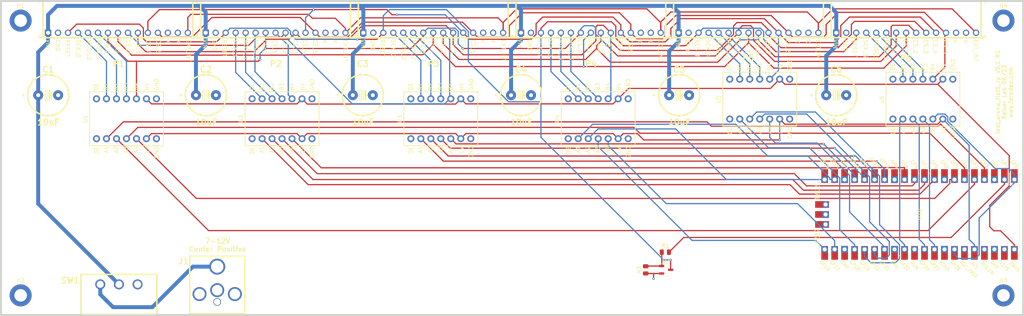
<source format=kicad_pcb>
(kicad_pcb (version 20221018) (generator pcbnew)
  (layers (0 "F.Cu" signal) (1 "In1.Cu" signal) (2 "In2.Cu" signal) (31 "B.Cu" signal) (34 "B.Paste" user) (35 "F.Paste" user) (36 "B.SilkS" user "B.Silkscreen") (37 "F.SilkS" user "F.Silkscreen") (38 "B.Mask" user) (39 "F.Mask" user) (44 "Edge.Cuts" user))
  (net 0 "")
  (net 1 "/3V3")
  (net 2 "/5V")
  (net 3 "/CS_0_3V3")
  (net 4 "/CS_0_5V")
  (net 5 "/CS_1_3V3")
  (net 6 "/CS_1_5V")
  (net 7 "/CS_2_3V3")
  (net 8 "/CS_2_5V")
  (net 9 "/CS_3_3V3")
  (net 10 "/CS_3_5V")
  (net 11 "/CS_4_3V3")
  (net 12 "/CS_4_5V")
  (net 13 "/CS_5_3V3")
  (net 14 "/CS_5_5V")
  (net 15 "/EXT_INT_5V")
  (net 16 "/MISO_0_5V")
  (net 17 "/MISO_1_5V")
  (net 18 "/MISO_2_5V")
  (net 19 "/MISO_3_5V")
  (net 20 "/MISO_4_5V")
  (net 21 "/MISO_5_5V")
  (net 22 "/MOSI_0_3V3")
  (net 23 "/MOSI_0_5V")
  (net 24 "/MOSI_1_3V3")
  (net 25 "/MOSI_1_5V")
  (net 26 "/MOSI_2_3V3")
  (net 27 "/MOSI_2_5V")
  (net 28 "/MOSI_3_3V3")
  (net 29 "/MOSI_3_5V")
  (net 30 "/MOSI_4_3V3")
  (net 31 "/MOSI_4_5V")
  (net 32 "/MOSI_5_3V3")
  (net 33 "/MOSI_5_5V")
  (net 34 "/RESET_PAN")
  (net 35 "/SCK_0_3V3")
  (net 36 "/SCK_0_5V")
  (net 37 "/SCK_1_3V3")
  (net 38 "/SCK_1_5V")
  (net 39 "/SCK_2_3V3")
  (net 40 "/SCK_2_5V")
  (net 41 "/SCK_3_3V3")
  (net 42 "/SCK_3_5V")
  (net 43 "/SCK_4_3V3")
  (net 44 "/SCK_4_5V")
  (net 45 "/SCK_5_3V3")
  (net 46 "/SCK_5_5V")
  (net 47 "GND")
  (net 48 "/VIN")
  (net 49 "/VIN_SW")
  (net 62 "Net-(Q2-G)")
  (net 63 "/RESET")
  (net 65 "/MISO_0_3V3")
  (net 68 "/MISO_1_3V3")
  (net 71 "/MISO_2_3V3")
  (net 74 "/MISO_3_3V3")
  (net 77 "/MISO_4_3V3")
  (net 80 "/MISO_5_3V3")
  (footprint "arena_custom:Capacitor_Polarized" (layer "F.Cu") (at 52 74)
    (fp_text reference "C1")
    (fp_text value "10uF")
  )
  (footprint "arena_custom:Capacitor_Polarized" (layer "F.Cu") (at 92.14 74)
    (fp_text reference "C2")
    (fp_text value "10uF")
  )
  (footprint "arena_custom:Capacitor_Polarized" (layer "F.Cu") (at 132.04 74)
    (fp_text reference "C3")
    (fp_text value "10uF")
  )
  (footprint "arena_custom:Capacitor_Polarized" (layer "F.Cu") (at 172.2902 74)
    (fp_text reference "C4")
    (fp_text value "10uF")
  )
  (footprint "arena_custom:Capacitor_Polarized" (layer "F.Cu") (at 212.5 74)
    (fp_text reference "C5")
    (fp_text value "10uF")
  )
  (footprint "arena_custom:HEADER_TOP" (layer "F.Cu") (at 69.75 58.1)
    (fp_text reference "P1")
    (fp_text value "CONN15")
  )
  (footprint "arena_custom:HEADER_TOP" (layer "F.Cu") (at 109.85 58.1)
    (fp_text reference "P2")
    (fp_text value "CONN15")
  )
  (footprint "arena_custom:HEADER_TOP" (layer "F.Cu") (at 149.95 58.1)
    (fp_text reference "P3")
    (fp_text value "CONN15")
  )
  (footprint "arena_custom:HEADER_TOP" (layer "F.Cu") (at 190.05 58.1)
    (fp_text reference "P4")
    (fp_text value "CONN15")
  )
  (footprint "arena_custom:HEADER_TOP" (layer "F.Cu") (at 230.15 58.1)
    (fp_text reference "P5")
    (fp_text value "CONN15")
  )
  (footprint "arena_custom:HEADER_TOP" (layer "F.Cu") (at 270.25 58.1)
    (fp_text reference "P6")
    (fp_text value "CONN15")
  )
  (footprint "arena_custom:slide_switch" (layer "F.Cu") (at 70 124.74)
    (fp_text reference "SW1")
    (fp_text value "SW_SPDT" hide)
  )
  (footprint "arena_custom:SPARKFUN_TXB0104" (layer "F.Cu") (at 71.92 80 90)
    (fp_text reference "U1")
    (fp_text value "SPARKFUN_TXB0104" hide)
  )
  (footprint "arena_custom:SPARKFUN_TXB0104" (layer "F.Cu") (at 111.5 80 90)
    (fp_text reference "U2")
    (fp_text value "SPARKFUN_TXB0104" hide)
  )
  (footprint "arena_custom:SPARKFUN_TXB0104" (layer "F.Cu") (at 151.88 80 90)
    (fp_text reference "U3")
    (fp_text value "SPARKFUN_TXB0104" hide)
  )
  (footprint "arena_custom:SPARKFUN_TXB0104" (layer "F.Cu") (at 191.92 80 90)
    (fp_text reference "U4")
    (fp_text value "SPARKFUN_TXB0104" hide)
  )
  (footprint "arena_custom:SPARKFUN_TXB0104" (layer "F.Cu") (at 233 75 90)
    (fp_text reference "U5")
    (fp_text value "SPARKFUN_TXB0104" hide)
  )
  (footprint "arena_custom:SPARKFUN_TXB0104" (layer "F.Cu") (at 274.5 75 90)
    (fp_text reference "U6")
    (fp_text value "SPARKFUN_TXB0104" hide)
  )
  (footprint "arena_custom:DCJACK_2PIN_HIGHCURRENT" (layer "F.Cu") (at 95 129.6738 180)
    (fp_text reference "J1")
    (fp_text value "Barrel_Jack" hide)
  )
  (footprint "MountingHole:MountingHole_3.2mm_M3_DIN965_Pad" (layer "F.Cu") (at 295 125)
    (fp_text reference "H3")
    (fp_text value "MountingHole_Pad")
  )
  (footprint "Package_TO_SOT_SMD:SOT-23-3" (layer "F.Cu") (at 209.19 118.48)
    (fp_text reference "Q2")
    (fp_text value "MOSFET_NCHAN")
  )
  (footprint "MountingHole:MountingHole_3.2mm_M3_DIN965_Pad" (layer "F.Cu") (at 295 55)
    (fp_text reference "H4")
    (fp_text value "MountingHole_Pad")
  )
  (footprint "MountingHole:MountingHole_3.2mm_M3_DIN965_Pad" (layer "F.Cu") (at 45 55)
    (fp_text reference "H1")
    (fp_text value "MountingHole_Pad")
  )
  (footprint "Resistor_SMD:R_0805_2012Metric" (layer "F.Cu") (at 204 118.5 90)
    (fp_text reference "R2")
    (fp_text value "20k")
  )
  (footprint "Resistor_SMD:R_0805_2012Metric" (layer "F.Cu") (at 209 114)
    (fp_text reference "R1")
    (fp_text value "200")
  )
  (footprint "arena_custom:Capacitor_Polarized" (layer "F.Cu") (at 252.46 74)
    (fp_text reference "C6")
    (fp_text value "10uF")
  )
  (footprint "MountingHole:MountingHole_3.2mm_M3_DIN965_Pad" (layer "F.Cu") (at 45 125)
    (fp_text reference "H2")
    (fp_text value "MountingHole_Pad")
  )
  (footprint "MCU_RaspberryPi_and_Boards:RPi_Pico_SMD_TH" (layer "F.Cu") (at 273.65 104.39 -90)
    (fp_text reference "U10")
    (fp_text value "Pico")
  )
  (gr_line (start 40 50) (end 40 130) (stroke (width 0.5)) (layer "Edge.Cuts"))
  (gr_line (start 40 50) (end 300 50) (stroke (width 0.5)) (layer "Edge.Cuts"))
  (gr_line (start 40 130) (end 300 130) (stroke (width 0.5)) (layer "Edge.Cuts"))
  (gr_line (start 300 50) (end 300 130) (stroke (width 0.5)) (layer "Edge.Cuts"))
  (gr_text "7-12V\nCenter Positive" (at 95.1 112.2) (layer "F.SilkS") (effects (font (size 1.27 1.27) (thickness 0.254))))
  (gr_text "test_arena_flat6_rp V0.1 R1\nReiser Lab 06/23\nwww.iorodeo.com" (at 295.2 73.2 90) (layer "F.SilkS") (effects (font (size 1.016 1.016) (thickness 0.2032))))
  (gr_text "SCK_0" (at 59.1 59.7 270) (layer "F.SilkS") (effects (font (size 1 1)) (justify left bottom)))
  (gr_text "X" (at 164.65 59.7 270) (layer "F.SilkS") (effects (font (size 1 1)) (justify left bottom)))
  (gr_text "EXT_INT" (at 87.15 59.7 270) (layer "F.SilkS") (effects (font (size 1 1)) (justify left bottom)))
  (gr_text "MISO_0" (at 64.35 59.7 270) (layer "F.SilkS") (effects (font (size 1 1)) (justify left bottom)))
  (gr_text "GND" (at 133.95 59.7 270) (layer "F.SilkS") (effects (font (size 1 1)) (justify left bottom)))
  (gr_text "X" (at 242.05 59.7 270) (layer "F.SilkS") (effects (font (size 1 1)) (justify left bottom)))
  (gr_text "MOSI_1" (at 101.7 59.7 270) (layer "F.SilkS") (effects (font (size 1 1)) (justify left bottom)))
  (gr_text "CS_2" (at 231.95 59.7 270) (layer "F.SilkS") (effects (font (size 1 1)) (justify left bottom)))
  (gr_text "CS_4" (at 277.1 59.7 270) (layer "F.SilkS") (effects (font (size 1 1)) (justify left bottom)))
  (gr_text "SCK_4" (at 219.25 59.7 270) (layer "F.SilkS") (effects (font (size 1 1)) (justify left bottom)))
  (gr_text "CS_3" (at 234.55 59.7 270) (layer "F.SilkS") (effects (font (size 1 1)) (justify left bottom)))
  (gr_text "X" (at 284.8 59.7 270) (layer "F.SilkS") (effects (font (size 1 1)) (justify left bottom)))
  (gr_text "GND" (at 53.85 59.7 270) (layer "F.SilkS") (effects (font (size 1 1)) (justify left bottom)))
  (gr_text "CS_2" (at 151.9 59.7 270) (layer "F.SilkS") (effects (font (size 1 1)) (justify left bottom)))
  (gr_text "X" (at 81.9 59.7 270) (layer "F.SilkS") (effects (font (size 1 1)) (justify left bottom)))
  (gr_text "CS_1" (at 229.35 59.7 270) (layer "F.SilkS") (effects (font (size 1 1)) (justify left bottom)))
  (gr_text "MOSI_5" (at 262.05 59.7 270) (layer "F.SilkS") (effects (font (size 1 1)) (justify left bottom)))
  (gr_text "CS_1" (at 109.1 59.7 270) (layer "F.SilkS") (effects (font (size 1 1)) (justify left bottom)))
  (gr_text "X" (at 201.95 59.6 270) (layer "F.SilkS") (effects (font (size 1 1)) (justify left bottom)))
  (gr_text "CS_0" (at 106.5 59.7 270) (layer "F.SilkS") (effects (font (size 1 1)) (justify left bottom)))
  (gr_text "GND" (at 214 59.7 270) (layer "F.SilkS") (effects (font (size 1 1)) (justify left bottom)))
  (gr_text "CS_2" (at 272.05 59.7 270) (layer "F.SilkS") (effects (font (size 1 1)) (justify left bottom)))
  (gr_text "X" (at 282.15 59.7 270) (layer "F.SilkS") (effects (font (size 1 1)) (justify left bottom)))
  (gr_text "GND" (at 173.9 59.6 270) (layer "F.SilkS") (effects (font (size 1 1)) (justify left bottom)))
  (gr_text "MOSI_3" (at 181.85 59.6 270) (layer "F.SilkS") (effects (font (size 1 1)) (justify left bottom)))
  (gr_text "CS_3" (at 74.4 59.7 270) (layer "F.SilkS") (effects (font (size 1 1)) (justify left bottom)))
  (gr_text "CS_0" (at 226.75 59.7 270) (layer "F.SilkS") (effects (font (size 1 1)) (justify left bottom)))
  (gr_text "CS_4" (at 196.9 59.6 270) (layer "F.SilkS") (effects (font (size 1 1)) (justify left bottom)))
  (gr_text "EXT_INT" (at 247.3 59.7 270) (layer "F.SilkS") (effects (font (size 1 1)) (justify left bottom)))
  (gr_text "GND" (at 254.1 59.7 270) (layer "F.SilkS") (effects (font (size 1 1)) (justify left bottom)))
  (gr_text "CS_3" (at 154.5 59.7 270) (layer "F.SilkS") (effects (font (size 1 1)) (justify left bottom)))
  (gr_text "EXT_INT" (at 167.25 59.7 270) (layer "F.SilkS") (effects (font (size 1 1)) (justify left bottom)))
  (gr_text "CS_1" (at 69.2 59.7 270) (layer "F.SilkS") (effects (font (size 1 1)) (justify left bottom)))
  (gr_text "RESET" (at 136.45 59.7 270) (layer "F.SilkS") (effects (font (size 1 1)) (justify left bottom)))
  (gr_text "CS_5" (at 79.45 59.7 270) (layer "F.SilkS") (effects (font (size 1 1)) (justify left bottom)))
  (gr_text "RESET" (at 216.5 59.7 270) (layer "F.SilkS") (effects (font (size 1 1)) (justify left bottom)))
  (gr_text "MISO_5" (at 264.6 59.7 270) (layer "F.SilkS") (effects (font (size 1 1)) (justify left bottom)))
  (gr_text "SCK_1" (at 99 59.7 270) (layer "F.SilkS") (effects (font (size 1 1)) (justify left bottom)))
  (gr_text "SCK_3" (at 179.15 59.6 270) (layer "F.SilkS") (effects (font (size 1 1)) (justify left bottom)))
  (gr_text "MOSI_0" (at 61.8 59.7 270) (layer "F.SilkS") (effects (font (size 1 1)) (justify left bottom)))
  (gr_text "EXT_INT" (at 207.2 59.6 270) (layer "F.SilkS") (effects (font (size 1 1)) (justify left bottom)))
  (gr_text "VIN" (at 171.45 59.6 270) (layer "F.SilkS") (effects (font (size 1 1)) (justify left bottom)))
  (gr_text "CS_2" (at 71.8 59.7 270) (layer "F.SilkS") (effects (font (size 1 1)) (justify left bottom)))
  (gr_text "MISO_3" (at 184.4 59.6 270) (layer "F.SilkS") (effects (font (size 1 1)) (justify left bottom)))
  (gr_text "CS_2" (at 191.85 59.6 270) (layer "F.SilkS") (effects (font (size 1 1)) (justify left bottom)))
  (gr_text "MISO_2" (at 144.45 59.7 270) (layer "F.SilkS") (effects (font (size 1 1)) (justify left bottom)))
  (gr_text "VIN" (at 211.55 59.7 270) (layer "F.SilkS") (effects (font (size 1 1)) (justify left bottom)))
  (gr_text "EXT_INT" (at 287.4 59.7 270) (layer "F.SilkS") (effects (font (size 1 1)) (justify left bottom)))
  (gr_text "CS_3" (at 274.65 59.7 270) (layer "F.SilkS") (effects (font (size 1 1)) (justify left bottom)))
  (gr_text "SCK_5" (at 259.35 59.7 270) (layer "F.SilkS") (effects (font (size 1 1)) (justify left bottom)))
  (gr_text "CS_5" (at 159.55 59.7 270) (layer "F.SilkS") (effects (font (size 1 1)) (justify left bottom)))
  (gr_text "MISO_1" (at 104.25 59.7 270) (layer "F.SilkS") (effects (font (size 1 1)) (justify left bottom)))
  (gr_text "SCK_2" (at 139.2 59.7 270) (layer "F.SilkS") (effects (font (size 1 1)) (justify left bottom)))
  (gr_text "X" (at 124.45 59.7 270) (layer "F.SilkS") (effects (font (size 1 1)) (justify left bottom)))
  (gr_text "X" (at 204.6 59.6 270) (layer "F.SilkS") (effects (font (size 1 1)) (justify left bottom)))
  (gr_text "CS_0" (at 266.85 59.7 270) (layer "F.SilkS") (effects (font (size 1 1)) (justify left bottom)))
  (gr_text "CS_5" (at 279.7 59.7 270) (layer "F.SilkS") (effects (font (size 1 1)) (justify left bottom)))
  (gr_text "X" (at 244.7 59.7 270) (layer "F.SilkS") (effects (font (size 1 1)) (justify left bottom)))
  (gr_text "CS_5" (at 119.35 59.7 270) (layer "F.SilkS") (effects (font (size 1 1)) (justify left bottom)))
  (gr_text "CS_4" (at 237 59.7 270) (layer "F.SilkS") (effects (font (size 1 1)) (justify left bottom)))
  (gr_text "RESET" (at 56.35 59.7 270) (layer "F.SilkS") (effects (font (size 1 1)) (justify left bottom)))
  (gr_text "CS_4" (at 76.85 59.7 270) (layer "F.SilkS") (effects (font (size 1 1)) (justify left bottom)))
  (gr_text "VIN" (at 131.5 59.7 270) (layer "F.SilkS") (effects (font (size 1 1)) (justify left bottom)))
  (gr_text "CS_0" (at 66.6 59.7 270) (layer "F.SilkS") (effects (font (size 1 1)) (justify left bottom)))
  (gr_text "GND" (at 93.75 59.7 270) (layer "F.SilkS") (effects (font (size 1 1)) (justify left bottom)))
  (gr_text "CS_4" (at 116.75 59.7 270) (layer "F.SilkS") (effects (font (size 1 1)) (justify left bottom)))
  (gr_text "VIN" (at 51.4 59.7 270) (layer "F.SilkS") (effects (font (size 1 1)) (justify left bottom)))
  (gr_text "CS_1" (at 149.3 59.7 270) (layer "F.SilkS") (effects (font (size 1 1)) (justify left bottom)))
  (gr_text "MOSI_4" (at 221.95 59.7 270) (layer "F.SilkS") (effects (font (size 1 1)) (justify left bottom)))
  (gr_text "CS_2" (at 111.7 59.7 270) (layer "F.SilkS") (effects (font (size 1 1)) (justify left bottom)))
  (gr_text "VIN" (at 251.65 59.7 270) (layer "F.SilkS") (effects (font (size 1 1)) (justify left bottom)))
  (gr_text "X" (at 84.55 59.7 270) (layer "F.SilkS") (effects (font (size 1 1)) (justify left bottom)))
  (gr_text "MISO_4" (at 224.5 59.7 270) (layer "F.SilkS") (effects (font (size 1 1)) (justify left bottom)))
  (gr_text "EXT_INT" (at 127.05 59.7 270) (layer "F.SilkS") (effects (font (size 1 1)) (justify left bottom)))
  (gr_text "MOSI_2" (at 141.9 59.7 270) (layer "F.SilkS") (effects (font (size 1 1)) (justify left bottom)))
  (gr_text "RESET" (at 176.4 59.6 270) (layer "F.SilkS") (effects (font (size 1 1)) (justify left bottom)))
  (gr_text "CS_1" (at 189.25 59.6 270) (layer "F.SilkS") (effects (font (size 1 1)) (justify left bottom)))
  (gr_text "X" (at 162 59.7 270) (layer "F.SilkS") (effects (font (size 1 1)) (justify left bottom)))
  (gr_text "CS_5" (at 239.6 59.7 270) (layer "F.SilkS") (effects (font (size 1 1)) (justify left bottom)))
  (gr_text "CS_0" (at 146.7 59.7 270) (layer "F.SilkS") (effects (font (size 1 1)) (justify left bottom)))
  (gr_text "CS_4" (at 156.95 59.7 270) (layer "F.SilkS") (effects (font (size 1 1)) (justify left bottom)))
  (gr_text "RESET" (at 256.6 59.7 270) (layer "F.SilkS") (effects (font (size 1 1)) (justify left bottom)))
  (gr_text "CS_1" (at 269.45 59.7 270) (layer "F.SilkS") (effects (font (size 1 1)) (justify left bottom)))
  (gr_text "RESET" (at 96.25 59.7 270) (layer "F.SilkS") (effects (font (size 1 1)) (justify left bottom)))
  (gr_text "CS_3" (at 194.45 59.6 270) (layer "F.SilkS") (effects (font (size 1 1)) (justify left bottom)))
  (gr_text "VIN" (at 91.3 59.7 270) (layer "F.SilkS") (effects (font (size 1 1)) (justify left bottom)))
  (gr_text "X" (at 121.8 59.7 270) (layer "F.SilkS") (effects (font (size 1 1)) (justify left bottom)))
  (gr_text "CS_5" (at 199.5 59.6 270) (layer "F.SilkS") (effects (font (size 1 1)) (justify left bottom)))
  (gr_text "CS_3" (at 114.3 59.7 270) (layer "F.SilkS") (effects (font (size 1 1)) (justify left bottom)))
  (gr_text "CS_0" (at 186.65 59.6 270) (layer "F.SilkS") (effects (font (size 1 1)) (justify left bottom)))
  (segment (start 77 85.08) (end 78.2932 83.7868) (width 0.3) (layer "F.Cu") (net 1))
  (segment (start 116.58 85.08) (end 117.8732 83.7868) (width 0.3) (layer "F.Cu") (net 1))
  (segment (start 115.2868 83.7868) (end 116.58 85.08) (width 0.3) (layer "F.Cu") (net 1))
  (segment (start 155.6668 83.7868) (end 156.96 85.08) (width 0.3) (layer "F.Cu") (net 1))
  (segment (start 156.96 85.08) (end 158.2532 83.7868) (width 0.3) (layer "F.Cu") (net 1))
  (segment (start 117.8732 83.7868) (end 155.6668 83.7868) (width 0.3) (layer "F.Cu") (net 1))
  (segment (start 238.08 85.4) (end 203.5 85.4) (width 0.3) (layer "F.Cu") (net 1))
  (segment (start 201.887 83.787) (end 198.293 83.787) (width 0.3) (layer "F.Cu") (net 1))
  (segment (start 198.293 83.787) (end 197 85.08) (width 0.3) (layer "F.Cu") (net 1))
  (segment (start 238.08 80.08) (end 239.3883 81.3883) (width 0.3) (layer "F.Cu") (net 1))
  (segment (start 278.2717 81.3883) (end 279.58 80.08) (width 0.3) (layer "F.Cu") (net 1))
  (segment (start 195.7068 83.7868) (end 197 85.08) (width 0.3) (layer "F.Cu") (net 1))
  (segment (start 158.2532 83.7868) (end 195.7068 83.7868) (width 0.3) (layer "F.Cu") (net 1))
  (segment (start 78.2932 83.7868) (end 115.2868 83.7868) (width 0.3) (layer "F.Cu") (net 1))
  (segment (start 203.5 85.4) (end 201.887 83.787) (width 0.3) (layer "F.Cu") (net 1))
  (segment (start 239.3883 81.3883) (end 278.2717 81.3883) (width 0.3) (layer "F.Cu") (net 1))
  (via (at 238.08 85.4) (size 0.6) (drill 0.3) (layers "F.Cu" "B.Cu") (net 1))
  (segment (start 279.58 80.08) (end 286.2802 86.7802) (width 0.3) (layer "B.Cu") (net 1))
  (segment (start 238.08 80.08) (end 238.08 85.4) (width 0.3) (layer "B.Cu") (net 1))
  (segment (start 286.2802 86.7802) (end 286.2802 110.7401) (width 0.3) (layer "B.Cu") (net 1))
  (segment (start 286.2802 110.7401) (end 287.62 112.0799) (width 0.3) (layer "B.Cu") (net 1))
  (segment (start 287.62 113.28) (end 287.62 112.0799) (width 0.3) (layer "B.Cu") (net 1))
  (segment (start 199.6442 72.2758) (end 235.7242 72.2758) (width 0.3) (layer "F.Cu") (net 2))
  (segment (start 116.58 74.92) (end 117.9183 76.2583) (width 0.3) (layer "F.Cu") (net 2))
  (segment (start 296.4775 89.4101) (end 296.4775 97.1225) (width 0.3) (layer "F.Cu") (net 2))
  (segment (start 78.2932 76.2132) (end 115.2868 76.2132) (width 0.3) (layer "F.Cu") (net 2))
  (segment (start 235.7242 72.2758) (end 238.08 69.92) (width 0.3) (layer "F.Cu") (net 2))
  (segment (start 77 74.92) (end 78.2932 76.2132) (width 0.3) (layer "F.Cu") (net 2))
  (segment (start 197 74.92) (end 199.6442 72.2758) (width 0.3) (layer "F.Cu") (net 2))
  (segment (start 155.6217 76.2583) (end 156.96 74.92) (width 0.3) (layer "F.Cu") (net 2))
  (segment (start 291.5 107.5) (end 292.547207 108.547207) (width 0.3) (layer "F.Cu") (net 2))
  (segment (start 296.4775 97.1225) (end 291.5 102.1) (width 0.3) (layer "F.Cu") (net 2))
  (segment (start 297.78 112.08) (end 297.78 113.28) (width 0.3) (layer "F.Cu") (net 2))
  (segment (start 195.7067 76.2133) (end 197 74.92) (width 0.3) (layer "F.Cu") (net 2))
  (segment (start 238.08 69.92) (end 239.3763 71.2163) (width 0.3) (layer "F.Cu") (net 2))
  (segment (start 158.2533 76.2133) (end 195.7067 76.2133) (width 0.3) (layer "F.Cu") (net 2))
  (segment (start 292.547207 108.547207) (end 294.247207 108.547207) (width 0.3) (layer "F.Cu") (net 2))
  (segment (start 117.9183 76.2583) (end 155.6217 76.2583) (width 0.3) (layer "F.Cu") (net 2))
  (segment (start 278.2837 71.2163) (end 279.58 69.92) (width 0.3) (layer "F.Cu") (net 2))
  (segment (start 115.2868 76.2132) (end 116.58 74.92) (width 0.3) (layer "F.Cu") (net 2))
  (segment (start 294.247207 108.547207) (end 297.78 112.08) (width 0.3) (layer "F.Cu") (net 2))
  (segment (start 291.5 102.1) (end 291.5 107.5) (width 0.3) (layer "F.Cu") (net 2))
  (segment (start 278.2837 71.2163) (end 296.4775 89.4101) (width 0.3) (layer "F.Cu") (net 2))
  (segment (start 156.96 74.92) (end 158.2533 76.2133) (width 0.3) (layer "F.Cu") (net 2))
  (segment (start 239.3763 71.2163) (end 278.2837 71.2163) (width 0.3) (layer "F.Cu") (net 2))
  (segment (start 281.3399 96.4751) (end 281.3399 95.5) (width 0.3) (layer "F.Cu") (net 3))
  (segment (start 89.68 100.3) (end 277.515 100.3) (width 0.3) (layer "F.Cu") (net 3))
  (segment (start 74.46 85.08) (end 89.68 100.3) (width 0.3) (layer "F.Cu") (net 3))
  (segment (start 281.3399 95.5) (end 282.54 95.5) (width 0.3) (layer "F.Cu") (net 3))
  (segment (start 277.515 100.3) (end 281.3399 96.4751) (width 0.3) (layer "F.Cu") (net 3))
  (segment (start 74.46 74.92) (end 74.46 65.35) (width 0.3) (layer "F.Cu") (net 4))
  (segment (start 157.5 62.1) (end 183.51 62.1) (width 0.3) (layer "F.Cu") (net 4))
  (segment (start 236.8 65.4) (end 231.42 60.02) (width 0.3) (layer "F.Cu") (net 4))
  (segment (start 231.42 57.02) (end 230.7 56.3) (width 0.3) (layer "F.Cu") (net 4))
  (segment (start 228.6 56.3) (end 227.61 57.29) (width 0.3) (layer "F.Cu") (net 4))
  (segment (start 107.2 62.1) (end 144.3 62.1) (width 0.3) (layer "F.Cu") (net 4))
  (segment (start 267.71 58.1) (end 267.71 61.49) (width 0.3) (layer "F.Cu") (net 4))
  (segment (start 227.61 57.29) (end 227.61 58.1) (width 0.3) (layer "F.Cu") (net 4))
  (segment (start 67.21 60.31) (end 67.21 58.1) (width 0.3) (layer "F.Cu") (net 4))
  (segment (start 74.46 65.35) (end 72.25 65.35) (width 0.3) (layer "F.Cu") (net 4))
  (segment (start 196.8567 64) (end 194.0541 61.1974) (width 0.3) (layer "F.Cu") (net 4))
  (segment (start 267.71 61.49) (end 263.8 65.4) (width 0.3) (layer "F.Cu") (net 4))
  (segment (start 105.9 64.9) (end 105.45 65.35) (width 0.3) (layer "F.Cu") (net 4))
  (segment (start 105.45 65.35) (end 74.46 65.35) (width 0.3) (layer "F.Cu") (net 4))
  (segment (start 231.42 60.02) (end 231.42 57.02) (width 0.3) (layer "F.Cu") (net 4))
  (segment (start 183.51 62.1) (end 187.51 58.1) (width 0.3) (layer "F.Cu") (net 4))
  (segment (start 263.8 65.4) (end 236.8 65.4) (width 0.3) (layer "F.Cu") (net 4))
  (segment (start 230.7 56.3) (end 228.6 56.3) (width 0.3) (layer "F.Cu") (net 4))
  (segment (start 144.3 62.1) (end 147.41 58.99) (width 0.3) (layer "F.Cu") (net 4))
  (segment (start 227.61 58.1) (end 221.71 64) (width 0.3) (layer "F.Cu") (net 4))
  (segment (start 147.41 58.99) (end 147.41 58.1) (width 0.3) (layer "F.Cu") (net 4))
  (segment (start 72.25 65.35) (end 67.21 60.31) (width 0.3) (layer "F.Cu") (net 4))
  (segment (start 221.71 64) (end 196.8567 64) (width 0.3) (layer "F.Cu") (net 4))
  (via (at 107.2 62.1) (size 0.6) (drill 0.3) (layers "F.Cu" "B.Cu") (net 4))
  (via (at 194.0541 61.1974) (size 0.6) (drill 0.3) (layers "F.Cu" "B.Cu") (net 4))
  (via (at 105.9 64.9) (size 0.6) (drill 0.3) (layers "F.Cu" "B.Cu") (net 4))
  (via (at 157.5 62.1) (size 0.6) (drill 0.3) (layers "F.Cu" "B.Cu") (net 4))
  (segment (start 187.51 57.09) (end 188.3 56.3) (width 0.3) (layer "B.Cu") (net 4))
  (segment (start 107.2 62.1) (end 105.9 63.4) (width 0.3) (layer "B.Cu") (net 4))
  (segment (start 191.2002 58.3435) (end 194.0541 61.1974) (width 0.3) (layer "B.Cu") (net 4))
  (segment (start 107.31 61.99) (end 107.31 58.1) (width 0.3) (layer "B.Cu") (net 4))
  (segment (start 156.3 60.9) (end 156.3 57.7227) (width 0.3) (layer "B.Cu") (net 4))
  (segment (start 105.9 63.4) (end 105.9 64.9) (width 0.3) (layer "B.Cu") (net 4))
  (segment (start 107.2 62.1) (end 107.31 61.99) (width 0.3) (layer "B.Cu") (net 4))
  (segment (start 190.7 56.3) (end 191.2002 56.8002) (width 0.3) (layer "B.Cu") (net 4))
  (segment (start 155.5077 56.9304) (end 148.5796 56.9304) (width 0.3) (layer "B.Cu") (net 4))
  (segment (start 188.3 56.3) (end 190.7 56.3) (width 0.3) (layer "B.Cu") (net 4))
  (segment (start 157.5 62.1) (end 156.3 60.9) (width 0.3) (layer "B.Cu") (net 4))
  (segment (start 191.2002 56.8002) (end 191.2002 58.3435) (width 0.3) (layer "B.Cu") (net 4))
  (segment (start 156.3 57.7227) (end 155.5077 56.9304) (width 0.3) (layer "B.Cu") (net 4))
  (segment (start 148.5796 56.9304) (end 147.41 58.1) (width 0.3) (layer "B.Cu") (net 4))
  (segment (start 187.51 58.1) (end 187.51 57.09) (width 0.3) (layer "B.Cu") (net 4))
  (segment (start 253.346 92.5) (end 121.46 92.5) (width 0.3) (layer "F.Cu") (net 5))
  (segment (start 269.7861 92.446) (end 253.4 92.446) (width 0.3) (layer "F.Cu") (net 5))
  (segment (start 269.84 92.4999) (end 269.7861 92.446) (width 0.3) (layer "F.Cu") (net 5))
  (segment (start 269.84 95.5) (end 269.84 92.4999) (width 0.3) (layer "F.Cu") (net 5))
  (segment (start 121.46 92.5) (end 114.04 85.08) (width 0.3) (layer "F.Cu") (net 5))
  (segment (start 253.4 92.446) (end 253.346 92.5) (width 0.3) (layer "F.Cu") (net 5))
  (segment (start 270.25 61.45) (end 270.25 58.1) (width 0.3) (layer "F.Cu") (net 6))
  (segment (start 69.75 60.35) (end 69.75 58.1) (width 0.3) (layer "F.Cu") (net 6))
  (segment (start 155.6 66.7) (end 149.95 61.05) (width 0.3) (layer "F.Cu") (net 6))
  (segment (start 264.6 67.1) (end 270.25 61.45) (width 0.3) (layer "F.Cu") (net 6))
  (segment (start 224.1 66.7) (end 230.15 60.65) (width 0.3) (layer "F.Cu") (net 6))
  (segment (start 188.2 66.7) (end 155.6 66.7) (width 0.3) (layer "F.Cu") (net 6))
  (segment (start 147.3 63.7) (end 149.95 61.05) (width 0.3) (layer "F.Cu") (net 6))
  (segment (start 113.076 63.7) (end 147.3 63.7) (width 0.3) (layer "F.Cu") (net 6))
  (segment (start 112.976 63.8) (end 73.2 63.8) (width 0.3) (layer "F.Cu") (net 6))
  (segment (start 113.076 63.7) (end 112.976 63.8) (width 0.3) (layer "F.Cu") (net 6))
  (segment (start 73.2 63.8) (end 69.75 60.35) (width 0.3) (layer "F.Cu") (net 6))
  (segment (start 149.95 61.05) (end 149.95 58.1) (width 0.3) (layer "F.Cu") (net 6))
  (segment (start 188.2 66.7) (end 224.1 66.7) (width 0.3) (layer "F.Cu") (net 6))
  (segment (start 236.6 67.1) (end 264.6 67.1) (width 0.3) (layer "F.Cu") (net 6))
  (segment (start 230.15 60.65) (end 236.6 67.1) (width 0.3) (layer "F.Cu") (net 6))
  (segment (start 230.15 58.1) (end 230.15 60.65) (width 0.3) (layer "F.Cu") (net 6))
  (via (at 113.076 63.7) (size 0.6) (drill 0.3) (layers "F.Cu" "B.Cu") (net 6))
  (via (at 188.2 66.7) (size 0.6) (drill 0.3) (layers "F.Cu" "B.Cu") (net 6))
  (segment (start 113.076 63.7) (end 113.076 61.326) (width 0.3) (layer "B.Cu") (net 6))
  (segment (start 113.076 63.7) (end 113.076 73.956) (width 0.3) (layer "B.Cu") (net 6))
  (segment (start 113.076 73.956) (end 114.04 74.92) (width 0.3) (layer "B.Cu") (net 6))
  (segment (start 113.076 61.326) (end 109.85 58.1) (width 0.3) (layer "B.Cu") (net 6))
  (segment (start 188.2 66.7) (end 188.2 59.95) (width 0.3) (layer "B.Cu") (net 6))
  (segment (start 188.2 59.95) (end 190.05 58.1) (width 0.3) (layer "B.Cu") (net 6))
  (segment (start 249.2483 86.4082) (end 155.7482 86.4082) (width 0.3) (layer "F.Cu") (net 7))
  (segment (start 155.7482 86.4082) (end 154.42 85.08) (width 0.3) (layer "F.Cu") (net 7))
  (via (at 249.2483 86.4082) (size 0.6) (drill 0.3) (layers "F.Cu" "B.Cu") (net 7))
  (segment (start 257.14 94.2999) (end 257.14 95.5) (width 0.3) (layer "B.Cu") (net 7))
  (segment (start 249.2483 86.4082) (end 257.14 94.2999) (width 0.3) (layer "B.Cu") (net 7))
  (segment (start 266.44 61.16) (end 266.44 56.56) (width 0.3) (layer "F.Cu") (net 8))
  (segment (start 111.2349 59.2551) (end 112.39 58.1) (width 0.3) (layer "F.Cu") (net 8))
  (segment (start 156.495 64.9) (end 152.49 60.895) (width 0.3) (layer "F.Cu") (net 8))
  (segment (start 232.69 59.99) (end 236.9 64.2) (width 0.3) (layer "F.Cu") (net 8))
  (segment (start 266.44 56.56) (end 266.8 56.2) (width 0.3) (layer "F.Cu") (net 8))
  (segment (start 270.89 56.2) (end 272.79 58.1) (width 0.3) (layer "F.Cu") (net 8))
  (segment (start 77.2 61.3) (end 103.0032 61.3) (width 0.3) (layer "F.Cu") (net 8))
  (segment (start 103.0032 61.3) (end 105.0481 59.2551) (width 0.3) (layer "F.Cu") (net 8))
  (segment (start 222.3 65.6) (end 195 65.6) (width 0.3) (layer "F.Cu") (net 8))
  (segment (start 191.5 61.4) (end 191.5 62.1) (width 0.3) (layer "F.Cu") (net 8))
  (segment (start 236.9 64.2) (end 263.4 64.2) (width 0.3) (layer "F.Cu") (net 8))
  (segment (start 191.5 62.1) (end 188.7 64.9) (width 0.3) (layer "F.Cu") (net 8))
  (segment (start 232.69 58.1) (end 232.69 59.99) (width 0.3) (layer "F.Cu") (net 8))
  (segment (start 105.0481 59.2551) (end 111.2349 59.2551) (width 0.3) (layer "F.Cu") (net 8))
  (segment (start 152.49 60.895) (end 152.49 58.1) (width 0.3) (layer "F.Cu") (net 8))
  (segment (start 228 59.9) (end 222.3 65.6) (width 0.3) (layer "F.Cu") (net 8))
  (segment (start 192.59 60.31) (end 191.5 61.4) (width 0.3) (layer "F.Cu") (net 8))
  (segment (start 195 65.6) (end 191.5 62.1) (width 0.3) (layer "F.Cu") (net 8))
  (segment (start 188.7 64.9) (end 156.495 64.9) (width 0.3) (layer "F.Cu") (net 8))
  (segment (start 192.59 58.1) (end 192.59 60.31) (width 0.3) (layer "F.Cu") (net 8))
  (segment (start 266.8 56.2) (end 270.89 56.2) (width 0.3) (layer "F.Cu") (net 8))
  (segment (start 263.4 64.2) (end 266.44 61.16) (width 0.3) (layer "F.Cu") (net 8))
  (via (at 77.2 61.3) (size 0.6) (drill 0.3) (layers "F.Cu" "B.Cu") (net 8))
  (via (at 228 59.9) (size 0.6) (drill 0.3) (layers "F.Cu" "B.Cu") (net 8))
  (segment (start 77.2 61.3) (end 75.49 61.3) (width 0.3) (layer "B.Cu") (net 8))
  (segment (start 154.1347 74.92) (end 154.1347 59.7447) (width 0.3) (layer "B.Cu") (net 8))
  (segment (start 75.49 61.3) (end 72.29 58.1) (width 0.3) (layer "B.Cu") (net 8))
  (segment (start 154.1347 74.92) (end 154.42 74.92) (width 0.3) (layer "B.Cu") (net 8))
  (segment (start 232.68 59.9) (end 232.69 59.91) (width 0.3) (layer "B.Cu") (net 8))
  (segment (start 154.1347 59.7447) (end 152.49 58.1) (width 0.3) (layer "B.Cu") (net 8))
  (segment (start 112.39 58.1) (end 112.39 59.2529) (width 0.3) (layer "B.Cu") (net 8))
  (segment (start 112.39 59.2529) (end 129.3339 76.1968) (width 0.3) (layer "B.Cu") (net 8))
  (segment (start 232.69 59.91) (end 232.69 58.1) (width 0.3) (layer "B.Cu") (net 8))
  (segment (start 129.3339 76.1968) (end 152.8579 76.1968) (width 0.3) (layer "B.Cu") (net 8))
  (segment (start 228 59.9) (end 232.68 59.9) (width 0.3) (layer "B.Cu") (net 8))
  (segment (start 152.8579 76.1968) (end 154.1347 74.92) (width 0.3) (layer "B.Cu") (net 8))
  (segment (start 242.6342 101.6342) (end 209.2342 101.6342) (width 0.3) (layer "B.Cu") (net 9))
  (segment (start 252.06 111.06) (end 242.6342 101.6342) (width 0.3) (layer "B.Cu") (net 9))
  (segment (start 252.06 113.28) (end 252.06 111.06) (width 0.3) (layer "B.Cu") (net 9))
  (segment (start 194.46 86.86) (end 194.46 85.08) (width 0.3) (layer "B.Cu") (net 9))
  (segment (start 209.2342 101.6342) (end 194.46 86.86) (width 0.3) (layer "B.Cu") (net 9))
  (segment (start 227.2 55.5) (end 226.34 56.36) (width 0.3) (layer "F.Cu") (net 10))
  (segment (start 114.93 58.1) (end 113.2747 59.7553) (width 0.3) (layer "F.Cu") (net 10))
  (segment (start 197.465 62.6) (end 195.13 60.265) (width 0.3) (layer "F.Cu") (net 10))
  (segment (start 74.83 60.93) (end 74.83 58.1) (width 0.3) (layer "F.Cu") (net 10))
  (segment (start 191.32 60.155693) (end 187.775693 63.7) (width 0.3) (layer "F.Cu") (net 10))
  (segment (start 235.23 57.33) (end 233.4 55.5) (width 0.3) (layer "F.Cu") (net 10))
  (segment (start 114.93 58.1) (end 116.5913 59.7613) (width 0.3) (layer "F.Cu") (net 10))
  (segment (start 226.34 58.4698) (end 222.2098 62.6) (width 0.3) (layer "F.Cu") (net 10))
  (segment (start 76.8 62.9) (end 74.83 60.93) (width 0.3) (layer "F.Cu") (net 10))
  (segment (start 256.3183 58.4978) (end 256.3183 55.9817) (width 0.3) (layer "F.Cu") (net 10))
  (segment (start 256.3183 55.9817) (end 257.1 55.2) (width 0.3) (layer "F.Cu") (net 10))
  (segment (start 195.13 58.1) (end 193.23 56.2) (width 0.3) (layer "F.Cu") (net 10))
  (segment (start 113.2747 59.7553) (end 107.5768 59.7553) (width 0.3) (layer "F.Cu") (net 10))
  (segment (start 191.32 56.58) (end 191.32 60.155693) (width 0.3) (layer "F.Cu") (net 10))
  (segment (start 226.34 56.36) (end 226.34 58.4698) (width 0.3) (layer "F.Cu") (net 10))
  (segment (start 107.5768 59.7553) (end 104.4321 62.9) (width 0.3) (layer "F.Cu") (net 10))
  (segment (start 272.43 55.2) (end 275.33 58.1) (width 0.3) (layer "F.Cu") (net 10))
  (segment (start 235.23 58.1) (end 235.23 57.33) (width 0.3) (layer "F.Cu") (net 10))
  (segment (start 252.9161 61.9) (end 256.3183 58.4978) (width 0.3) (layer "F.Cu") (net 10))
  (segment (start 104.4321 62.9) (end 76.8 62.9) (width 0.3) (layer "F.Cu") (net 10))
  (segment (start 222.2098 62.6) (end 197.465 62.6) (width 0.3) (layer "F.Cu") (net 10))
  (segment (start 193.23 56.2) (end 191.7 56.2) (width 0.3) (layer "F.Cu") (net 10))
  (segment (start 235.23 58.73) (end 238.4 61.9) (width 0.3) (layer "F.Cu") (net 10))
  (segment (start 153.23 56.3) (end 155.03 58.1) (width 0.3) (layer "F.Cu") (net 10))
  (segment (start 195.13 60.265) (end 195.13 58.1) (width 0.3) (layer "F.Cu") (net 10))
  (segment (start 131.8749 56.3) (end 153.23 56.3) (width 0.3) (layer "F.Cu") (net 10))
  (segment (start 257.1 55.2) (end 272.43 55.2) (width 0.3) (layer "F.Cu") (net 10))
  (segment (start 187.775693 63.7) (end 157.6 63.7) (width 0.3) (layer "F.Cu") (net 10))
  (segment (start 157.6 63.7) (end 155.03 61.13) (width 0.3) (layer "F.Cu") (net 10))
  (segment (start 128.4136 59.7613) (end 131.8749 56.3) (width 0.3) (layer "F.Cu") (net 10))
  (segment (start 238.4 61.9) (end 252.9161 61.9) (width 0.3) (layer "F.Cu") (net 10))
  (segment (start 233.4 55.5) (end 227.2 55.5) (width 0.3) (layer "F.Cu") (net 10))
  (segment (start 235.23 58.1) (end 235.23 58.73) (width 0.3) (layer "F.Cu") (net 10))
  (segment (start 116.5913 59.7613) (end 128.4136 59.7613) (width 0.3) (layer "F.Cu") (net 10))
  (segment (start 155.03 61.13) (end 155.03 58.1) (width 0.3) (layer "F.Cu") (net 10))
  (segment (start 191.7 56.2) (end 191.32 56.58) (width 0.3) (layer "F.Cu") (net 10))
  (segment (start 195.13 58.1) (end 195.13 74.25) (width 0.3) (layer "B.Cu") (net 10))
  (segment (start 195.13 74.25) (end 194.46 74.92) (width 0.3) (layer "B.Cu") (net 10))
  (segment (start 237 86.2) (end 247.6221 86.2) (width 0.3) (layer "B.Cu") (net 11))
  (segment (start 255.8542 94.4321) (end 255.8542 103.7542) (width 0.3) (layer "B.Cu") (net 11))
  (segment (start 235.54 80.08) (end 235.54 84.74) (width 0.3) (layer "B.Cu") (net 11))
  (segment (start 235.54 84.74) (end 237 86.2) (width 0.3) (layer "B.Cu") (net 11))
  (segment (start 247.6221 86.2) (end 255.8542 94.4321) (width 0.3) (layer "B.Cu") (net 11))
  (segment (start 255.8542 103.7542) (end 264.76 112.66) (width 0.3) (layer "B.Cu") (net 11))
  (segment (start 264.76 112.66) (end 264.76 113.28) (width 0.3) (layer "B.Cu") (net 11))
  (segment (start 255.8 54.1) (end 273.87 54.1) (width 0.3) (layer "F.Cu") (net 12))
  (segment (start 176.1183 58.4998) (end 174.8573 59.7608) (width 0.3) (layer "F.Cu") (net 12))
  (segment (start 197.67 58.1) (end 199.97 60.4) (width 0.3) (layer "F.Cu") (net 12))
  (segment (start 197.67 56.07) (end 195.7 54.1) (width 0.3) (layer "F.Cu") (net 12))
  (segment (start 119.4505 52.2) (end 80.3 52.2) (width 0.3) (layer "F.Cu") (net 12))
  (segment (start 119.5495 52.2) (end 138.1594 52.2) (width 0.3) (layer "F.Cu") (net 12))
  (segment (start 209 60.4) (end 210.4 59) (width 0.3) (layer "F.Cu") (net 12))
  (segment (start 159.2308 59.7608) (end 157.57 58.1) (width 0.3) (layer "F.Cu") (net 12))
  (segment (start 273.87 54.1) (end 277.87 58.1) (width 0.3) (layer "F.Cu") (net 12))
  (segment (start 119.5 52.2495) (end 119.5495 52.2) (width 0.3) (layer "F.Cu") (net 12))
  (segment (start 234.17 54.5) (end 237.77 58.1) (width 0.3) (layer "F.Cu") (net 12))
  (segment (start 240.27 60.6) (end 252.0651 60.6) (width 0.3) (layer "F.Cu") (net 12))
  (segment (start 210.4 59) (end 210.4 57) (width 0.3) (layer "F.Cu") (net 12))
  (segment (start 252.0651 60.6) (end 253.6202 59.0449) (width 0.3) (layer "F.Cu") (net 12))
  (segment (start 139.4594 53.5) (end 140.7 53.5) (width 0.3) (layer "F.Cu") (net 12))
  (segment (start 80.3 52.2) (end 77.37 55.13) (width 0.3) (layer "F.Cu") (net 12))
  (segment (start 119.5 52.2495) (end 119.4505 52.2) (width 0.3) (layer "F.Cu") (net 12))
  (segment (start 77.37 55.13) (end 77.37 58.1) (width 0.3) (layer "F.Cu") (net 12))
  (segment (start 199.97 60.4) (end 209 60.4) (width 0.3) (layer "F.Cu") (net 12))
  (segment (start 177.8 54.1) (end 176.1183 55.7817) (width 0.3) (layer "F.Cu") (net 12))
  (segment (start 174.8573 59.7608) (end 159.2308 59.7608) (width 0.3) (layer "F.Cu") (net 12))
  (segment (start 197.67 58.1) (end 197.67 56.07) (width 0.3) (layer "F.Cu") (net 12))
  (segment (start 138.1594 52.2) (end 139.4594 53.5) (width 0.3) (layer "F.Cu") (net 12))
  (segment (start 210.4 57) (end 212.9 54.5) (width 0.3) (layer "F.Cu") (net 12))
  (segment (start 253.6202 56.2798) (end 255.8 54.1) (width 0.3) (layer "F.Cu") (net 12))
  (segment (start 212.9 54.5) (end 234.17 54.5) (width 0.3) (layer "F.Cu") (net 12))
  (segment (start 253.6202 59.0449) (end 253.6202 56.2798) (width 0.3) (layer "F.Cu") (net 12))
  (segment (start 195.7 54.1) (end 177.8 54.1) (width 0.3) (layer "F.Cu") (net 12))
  (segment (start 176.1183 55.7817) (end 176.1183 58.4998) (width 0.3) (layer "F.Cu") (net 12))
  (segment (start 237.77 58.1) (end 240.27 60.6) (width 0.3) (layer "F.Cu") (net 12))
  (via (at 119.5 52.2495) (size 0.6) (drill 0.3) (layers "F.Cu" "B.Cu") (net 12))
  (via (at 140.7 53.5) (size 0.6) (drill 0.3) (layers "F.Cu" "B.Cu") (net 12))
  (segment (start 140.7 53.5) (end 152.97 53.5) (width 0.3) (layer "B.Cu") (net 12))
  (segment (start 152.97 53.5) (end 157.57 58.1) (width 0.3) (layer "B.Cu") (net 12))
  (segment (start 237.77 67.69) (end 235.54 69.92) (width 0.3) (layer "B.Cu") (net 12))
  (segment (start 237.77 58.1) (end 237.77 67.69) (width 0.3) (layer "B.Cu") (net 12))
  (segment (start 117.47 54.2795) (end 117.47 58.1) (width 0.3) (layer "B.Cu") (net 12))
  (segment (start 119.5 52.2495) (end 117.47 54.2795) (width 0.3) (layer "B.Cu") (net 12))
  (segment (start 287.9 115.6) (end 288.8202 114.6798) (width 0.3) (layer "B.Cu") (net 13))
  (segment (start 282.5 113.32) (end 282.5 114.6) (width 0.3) (layer "B.Cu") (net 13))
  (segment (start 277.04 80.08) (end 278.3177 78.8023) (width 0.3) (layer "B.Cu") (net 13))
  (segment (start 280.0957 78.8023) (end 280.8229 79.5295) (width 0.3) (layer "B.Cu") (net 13))
  (segment (start 282.5 114.6) (end 283.5 115.6) (width 0.3) (layer "B.Cu") (net 13))
  (segment (start 292.9075 92.7) (end 296.4 92.7) (width 0.3) (layer "B.Cu") (net 13))
  (segment (start 280.8229 80.6154) (end 292.9075 92.7) (width 0.3) (layer "B.Cu") (net 13))
  (segment (start 282.54 113.28) (end 282.5 113.32) (width 0.3) (layer "B.Cu") (net 13))
  (segment (start 288.8202 105.2798) (end 297.78 96.32) (width 0.3) (layer "B.Cu") (net 13))
  (segment (start 283.5 115.6) (end 287.9 115.6) (width 0.3) (layer "B.Cu") (net 13))
  (segment (start 280.8229 79.5295) (end 280.8229 80.6154) (width 0.3) (layer "B.Cu") (net 13))
  (segment (start 278.3177 78.8023) (end 280.0957 78.8023) (width 0.3) (layer "B.Cu") (net 13))
  (segment (start 288.8202 114.6798) (end 288.8202 105.2798) (width 0.3) (layer "B.Cu") (net 13))
  (segment (start 296.4 92.7) (end 297.78 94.08) (width 0.3) (layer "B.Cu") (net 13))
  (segment (start 297.78 94.08) (end 297.78 95.5) (width 0.3) (layer "B.Cu") (net 13))
  (segment (start 297.78 96.32) (end 297.78 95.5) (width 0.3) (layer "B.Cu") (net 13))
  (segment (start 280.0932 66.8668) (end 277.04 69.92) (width 0.3) (layer "F.Cu") (net 14))
  (segment (start 128.115 59.2502) (end 131.9652 55.4) (width 0.3) (layer "F.Cu") (net 14))
  (segment (start 169.3 58.9) (end 169.3 56.3) (width 0.3) (layer "F.Cu") (net 14))
  (segment (start 208.3 59.6) (end 208.98 58.92) (width 0.3) (layer "F.Cu") (net 14))
  (segment (start 160.11 58.1) (end 161.2707 59.2607) (width 0.3) (layer "F.Cu") (net 14))
  (segment (start 169.3 56.3) (end 172.6 53) (width 0.3) (layer "F.Cu") (net 14))
  (segment (start 240.31 58.1) (end 241.4706 59.2606) (width 0.3) (layer "F.Cu") (net 14))
  (segment (start 88.5998 59.2502) (end 81.0602 59.2502) (width 0.3) (layer "F.Cu") (net 14))
  (segment (start 157.41 55.4) (end 160.11 58.1) (width 0.3) (layer "F.Cu") (net 14))
  (segment (start 200.21 58.1) (end 201.71 59.6) (width 0.3) (layer "F.Cu") (net 14))
  (segment (start 121.1602 59.2502) (end 128.115 59.2502) (width 0.3) (layer "F.Cu") (net 14))
  (segment (start 81.0602 59.2502) (end 79.91 58.1) (width 0.3) (layer "F.Cu") (net 14))
  (segment (start 93.65 54.2) (end 88.5998 59.2502) (width 0.3) (layer "F.Cu") (net 14))
  (segment (start 280.0932 58.1) (end 280.0932 66.8668) (width 0.3) (layer "F.Cu") (net 14))
  (segment (start 197.3 53) (end 200.21 55.91) (width 0.3) (layer "F.Cu") (net 14))
  (segment (start 116.11 54.2) (end 93.65 54.2) (width 0.3) (layer "F.Cu") (net 14))
  (segment (start 274.8932 52.9) (end 280.0932 58.1) (width 0.3) (layer "F.Cu") (net 14))
  (segment (start 208.98 56.4024) (end 211.6824 53.7) (width 0.3) (layer "F.Cu") (net 14))
  (segment (start 280.0932 58.1) (end 280.41 58.1) (width 0.3) (layer "F.Cu") (net 14))
  (segment (start 120.01 58.1) (end 116.11 54.2) (width 0.3) (layer "F.Cu") (net 14))
  (segment (start 208.98 58.92) (end 208.98 56.4024) (width 0.3) (layer "F.Cu") (net 14))
  (segment (start 211.6824 53.7) (end 235.91 53.7) (width 0.3) (layer "F.Cu") (net 14))
  (segment (start 235.91 53.7) (end 240.31 58.1) (width 0.3) (layer "F.Cu") (net 14))
  (segment (start 131.9652 55.4) (end 157.41 55.4) (width 0.3) (layer "F.Cu") (net 14))
  (segment (start 249.1394 59.2606) (end 249.9 58.5) (width 0.3) (layer "F.Cu") (net 14))
  (segment (start 120.01 58.1) (end 121.1602 59.2502) (width 0.3) (layer "F.Cu") (net 14))
  (segment (start 249.9 56) (end 253 52.9) (width 0.3) (layer "F.Cu") (net 14))
  (segment (start 241.4706 59.2606) (end 249.1394 59.2606) (width 0.3) (layer "F.Cu") (net 14))
  (segment (start 249.9 58.5) (end 249.9 56) (width 0.3) (layer "F.Cu") (net 14))
  (segment (start 200.21 55.91) (end 200.21 58.1) (width 0.3) (layer "F.Cu") (net 14))
  (segment (start 168.9393 59.2607) (end 169.3 58.9) (width 0.3) (layer "F.Cu") (net 14))
  (segment (start 253 52.9) (end 274.8932 52.9) (width 0.3) (layer "F.Cu") (net 14))
  (segment (start 172.6 53) (end 197.3 53) (width 0.3) (layer "F.Cu") (net 14))
  (segment (start 201.71 59.6) (end 208.3 59.6) (width 0.3) (layer "F.Cu") (net 14))
  (segment (start 161.2707 59.2607) (end 168.9393 59.2607) (width 0.3) (layer "F.Cu") (net 14))
  (segment (start 167.73 55.6) (end 167.73 58.1) (width 0.3) (layer "F.Cu") (net 15))
  (segment (start 87.53 58.1) (end 87.53 54.17) (width 0.3) (layer "F.Cu") (net 15))
  (segment (start 210.4 52.8) (end 207.83 55.37) (width 0.3) (layer "F.Cu") (net 15))
  (segment (start 125.05 54.4) (end 127.63 56.98) (width 0.3) (layer "F.Cu") (net 15))
  (segment (start 251.6 52) (end 247.93 55.67) (width 0.3) (layer "F.Cu") (net 15))
  (segment (start 204.3 52) (end 171.2 52) (width 0.3) (layer "F.Cu") (net 15))
  (segment (start 118.2 53.4) (end 119.2 54.4) (width 0.3) (layer "F.Cu") (net 15))
  (segment (start 88.3 53.4) (end 118.2 53.4) (width 0.3) (layer "F.Cu") (net 15))
  (segment (start 247.93 58.1) (end 247.93 55.63) (width 0.3) (layer "F.Cu") (net 15))
  (segment (start 127.63 56.98) (end 127.63 58.1) (width 0.3) (layer "F.Cu") (net 15))
  (segment (start 167.73 55.47) (end 167.73 58.1) (width 0.3) (layer "F.Cu") (net 15))
  (segment (start 207.83 55.37) (end 207.83 58.1) (width 0.3) (layer "F.Cu") (net 15))
  (segment (start 127.63 58.1) (end 131.43 54.3) (width 0.3) (layer "F.Cu") (net 15))
  (segment (start 171.2 52) (end 167.73 55.47) (width 0.3) (layer "F.Cu") (net 15))
  (segment (start 119.2 54.4) (end 125.05 54.4) (width 0.3) (layer "F.Cu") (net 15))
  (segment (start 207.83 58.1) (end 207.83 55.53) (width 0.3) (layer "F.Cu") (net 15))
  (segment (start 131.43 54.3) (end 166.43 54.3) (width 0.3) (layer "F.Cu") (net 15))
  (segment (start 87.53 54.17) (end 88.3 53.4) (width 0.3) (layer "F.Cu") (net 15))
  (segment (start 247.93 55.67) (end 247.93 58.1) (width 0.3) (layer "F.Cu") (net 15))
  (segment (start 288.03 58.1) (end 281.93 52) (width 0.3) (layer "F.Cu") (net 15))
  (segment (start 166.43 54.3) (end 167.73 55.6) (width 0.3) (layer "F.Cu") (net 15))
  (segment (start 247.93 55.63) (end 245.1 52.8) (width 0.3) (layer "F.Cu") (net 15))
  (segment (start 207.83 55.53) (end 204.3 52) (width 0.3) (layer "F.Cu") (net 15))
  (segment (start 281.93 52) (end 251.6 52) (width 0.3) (layer "F.Cu") (net 15))
  (segment (start 245.1 52.8) (end 210.4 52.8) (width 0.3) (layer "F.Cu") (net 15))
  (segment (start 71.92 65.35) (end 71.92 74.92) (width 0.3) (layer "B.Cu") (net 16))
  (segment (start 64.67 58.1) (end 71.92 65.35) (width 0.3) (layer "B.Cu") (net 16))
  (segment (start 104.6047 68.0247) (end 104.6047 58.2653) (width 0.3) (layer "B.Cu") (net 17))
  (segment (start 111.5 74.92) (end 104.6047 68.0247) (width 0.3) (layer "B.Cu") (net 17))
  (segment (start 104.6047 58.2653) (end 104.77 58.1) (width 0.3) (layer "B.Cu") (net 17))
  (segment (start 144.87 58.1) (end 151.88 65.11) (width 0.3) (layer "B.Cu") (net 18))
  (segment (start 151.88 65.11) (end 151.88 74.92) (width 0.3) (layer "B.Cu") (net 18))
  (segment (start 184.97 67.97) (end 191.92 74.92) (width 0.3) (layer "B.Cu") (net 19))
  (segment (start 184.97 58.1) (end 184.97 67.97) (width 0.3) (layer "B.Cu") (net 19))
  (segment (start 225.07 58.1) (end 225.07 58.87) (width 0.3) (layer "B.Cu") (net 20))
  (segment (start 225.07 58.87) (end 233 66.8) (width 0.3) (layer "B.Cu") (net 20))
  (segment (start 233 66.8) (end 233 69.92) (width 0.3) (layer "B.Cu") (net 20))
  (segment (start 265.17 58.1) (end 274.5 67.43) (width 0.3) (layer "B.Cu") (net 21))
  (segment (start 274.5 67.43) (end 274.5 69.92) (width 0.3) (layer "B.Cu") (net 21))
  (segment (start 287.62 96.7001) (end 287.62 95.5) (width 0.3) (layer "F.Cu") (net 22))
  (segment (start 92.8 108.5) (end 275.8201 108.5) (width 0.3) (layer "F.Cu") (net 22))
  (segment (start 69.38 85.08) (end 92.8 108.5) (width 0.3) (layer "F.Cu") (net 22))
  (segment (start 275.8201 108.5) (end 287.62 96.7001) (width 0.3) (layer "F.Cu") (net 22))
  (segment (start 69.38 65.35) (end 69.38 74.92) (width 0.3) (layer "B.Cu") (net 23))
  (segment (start 62.13 58.1) (end 69.38 65.35) (width 0.3) (layer "B.Cu") (net 23))
  (segment (start 119.38 95.5) (end 108.96 85.08) (width 0.3) (layer "F.Cu") (net 24))
  (segment (start 244.1 98.2) (end 241.4 95.5) (width 0.3) (layer "F.Cu") (net 24))
  (segment (start 274.92 96.7001) (end 273.4201 98.2) (width 0.3) (layer "F.Cu") (net 24))
  (segment (start 273.4201 98.2) (end 244.1 98.2) (width 0.3) (layer "F.Cu") (net 24))
  (segment (start 274.92 95.5) (end 274.92 96.7001) (width 0.3) (layer "F.Cu") (net 24))
  (segment (start 241.4 95.5) (end 119.38 95.5) (width 0.3) (layer "F.Cu") (net 24))
  (segment (start 102.23 58.1) (end 102.23 68.19) (width 0.3) (layer "B.Cu") (net 25))
  (segment (start 102.23 68.19) (end 108.96 74.92) (width 0.3) (layer "B.Cu") (net 25))
  (segment (start 256.9 89.5) (end 153.76 89.5) (width 0.3) (layer "F.Cu") (net 26))
  (segment (start 153.76 89.5) (end 149.34 85.08) (width 0.3) (layer "F.Cu") (net 26))
  (via (at 256.9 89.5) (size 0.6) (drill 0.3) (layers "F.Cu" "B.Cu") (net 26))
  (segment (start 256.9 89.5) (end 257.4201 89.5) (width 0.3) (layer "B.Cu") (net 26))
  (segment (start 262.22 94.2999) (end 262.22 95.5) (width 0.3) (layer "B.Cu") (net 26))
  (segment (start 257.4201 89.5) (end 262.22 94.2999) (width 0.3) (layer "B.Cu") (net 26))
  (segment (start 149.34 65.11) (end 149.34 74.92) (width 0.3) (layer "B.Cu") (net 27))
  (segment (start 142.33 58.1) (end 149.34 65.11) (width 0.3) (layer "B.Cu") (net 27))
  (segment (start 211.6243 82.6) (end 224.5243 95.5) (width 0.3) (layer "B.Cu") (net 28))
  (segment (start 189.38 85.08) (end 191.86 82.6) (width 0.3) (layer "B.Cu") (net 28))
  (segment (start 191.86 82.6) (end 211.6243 82.6) (width 0.3) (layer "B.Cu") (net 28))
  (segment (start 224.5243 95.5) (end 249.52 95.5) (width 0.3) (layer "B.Cu") (net 28))
  (segment (start 189.38 74.92) (end 182.43 67.97) (width 0.3) (layer "B.Cu") (net 29))
  (segment (start 182.43 67.97) (end 182.43 58.1) (width 0.3) (layer "B.Cu") (net 29))
  (segment (start 268.5542 112.0542) (end 268.5542 115.6458) (width 0.3) (layer "B.Cu") (net 30))
  (segment (start 267.5 116.7) (end 261.3 116.7) (width 0.3) (layer "B.Cu") (net 30))
  (segment (start 268.5542 115.6458) (end 267.5 116.7) (width 0.3) (layer "B.Cu") (net 30))
  (segment (start 263.49 106.99) (end 268.5542 112.0542) (width 0.3) (layer "B.Cu") (net 30))
  (segment (start 230.46 80.08) (end 232.2534 78.2866) (width 0.3) (layer "B.Cu") (net 30))
  (segment (start 232.2534 78.2866) (end 247.1586 78.2866) (width 0.3) (layer "B.Cu") (net 30))
  (segment (start 259.68 115.08) (end 259.68 113.28) (width 0.3) (layer "B.Cu") (net 30))
  (segment (start 247.1586 78.2866) (end 263.49 94.618) (width 0.3) (layer "B.Cu") (net 30))
  (segment (start 261.3 116.7) (end 259.68 115.08) (width 0.3) (layer "B.Cu") (net 30))
  (segment (start 263.49 94.618) (end 263.49 106.99) (width 0.3) (layer "B.Cu") (net 30))
  (segment (start 230.46 66.03) (end 230.46 69.92) (width 0.3) (layer "B.Cu") (net 31))
  (segment (start 222.53 58.1) (end 230.46 66.03) (width 0.3) (layer "B.Cu") (net 31))
  (segment (start 271.96 80.08) (end 273.5802 81.7002) (width 0.3) (layer "B.Cu") (net 32))
  (segment (start 273.5802 110.7401) (end 274.92 112.0799) (width 0.3) (layer "B.Cu") (net 32))
  (segment (start 274.92 113.28) (end 274.92 112.0799) (width 0.3) (layer "B.Cu") (net 32))
  (segment (start 273.5802 81.7002) (end 273.5802 110.7401) (width 0.3) (layer "B.Cu") (net 32))
  (segment (start 271.96 67.43) (end 271.96 69.92) (width 0.3) (layer "B.Cu") (net 33))
  (segment (start 262.63 58.1) (end 271.96 67.43) (width 0.3) (layer "B.Cu") (net 33))
  (segment (start 179 55.3) (end 195.3 55.3) (width 0.3) (layer "F.Cu") (net 34))
  (segment (start 177.35 58.1) (end 177.35 56.95) (width 0.3) (layer "F.Cu") (net 34))
  (segment (start 77 60.4) (end 76.22 59.62) (width 0.3) (layer "F.Cu") (net 34))
  (segment (start 94.85 60.4) (end 77 60.4) (width 0.3) (layer "F.Cu") (net 34))
  (segment (start 75.2 55.9) (end 59.25 55.9) (width 0.3) (layer "F.Cu") (net 34))
  (segment (start 177.35 56.95) (end 179 55.3) (width 0.3) (layer "F.Cu") (net 34))
  (segment (start 257.55 59.75) (end 257.55 58.1) (width 0.3) (layer "F.Cu") (net 34))
  (segment (start 196.4 56.4) (end 196.4 59.5) (width 0.3) (layer "F.Cu") (net 34))
  (segment (start 234.6 60.4) (end 237.1 62.9) (width 0.3) (layer "F.Cu") (net 34))
  (segment (start 76.22 56.92) (end 75.2 55.9) (width 0.3) (layer "F.Cu") (net 34))
  (segment (start 210.3275 115.9725) (end 210.3275 118.48) (width 0.3) (layer "F.Cu") (net 34))
  (segment (start 97.15 58.1) (end 94.85 60.4) (width 0.3) (layer "F.Cu") (net 34))
  (segment (start 130.6316 59.7784) (end 135.5716 59.7784) (width 0.3) (layer "F.Cu") (net 34))
  (segment (start 198.3 61.4) (end 214.15 61.4) (width 0.3) (layer "F.Cu") (net 34))
  (segment (start 237.1 62.9) (end 254.4 62.9) (width 0.3) (layer "F.Cu") (net 34))
  (segment (start 135.5716 59.7784) (end 137.25 58.1) (width 0.3) (layer "F.Cu") (net 34))
  (segment (start 196.4 59.5) (end 198.3 61.4) (width 0.3) (layer "F.Cu") (net 34))
  (segment (start 76.22 59.62) (end 76.22 56.92) (width 0.3) (layer "F.Cu") (net 34))
  (segment (start 254.4 62.9) (end 257.55 59.75) (width 0.3) (layer "F.Cu") (net 34))
  (segment (start 214.15 61.4) (end 217.45 58.1) (width 0.3) (layer "F.Cu") (net 34))
  (segment (start 195.3 55.3) (end 196.4 56.4) (width 0.3) (layer "F.Cu") (net 34))
  (segment (start 59.25 55.9) (end 57.05 58.1) (width 0.3) (layer "F.Cu") (net 34))
  (via (at 130.6316 59.7784) (size 0.6) (drill 0.3) (layers "F.Cu" "B.Cu") (net 34))
  (via (at 210.3275 115.9725) (size 0.6) (drill 0.3) (layers "F.Cu" "B.Cu") (net 34))
  (via (at 234.6 60.4) (size 0.6) (drill 0.3) (layers "F.Cu" "B.Cu") (net 34))
  (segment (start 210.3275 115.9725) (end 208.5725 115.9725) (width 0.3) (layer "B.Cu") (net 34))
  (segment (start 233.2066 56.9498) (end 218.6002 56.9498) (width 0.3) (layer "B.Cu") (net 34))
  (segment (start 97.15 58.1) (end 98.3061 56.9439) (width 0.3) (layer "B.Cu") (net 34))
  (segment (start 137.25 53.75) (end 137.25 58.1) (width 0.3) (layer "B.Cu") (net 34))
  (segment (start 177.35 75.6874) (end 169.125 75.6874) (width 0.3) (layer "B.Cu") (net 34))
  (segment (start 98.3061 56.9439) (end 112.8677 56.9439) (width 0.3) (layer "B.Cu") (net 34))
  (segment (start 158.8801 57.7714) (end 153.3087 52.2) (width 0.3) (layer "B.Cu") (net 34))
  (segment (start 153.3087 52.2) (end 138.8 52.2) (width 0.3) (layer "B.Cu") (net 34))
  (segment (start 218.6002 56.9498) (end 217.45 58.1) (width 0.3) (layer "B.Cu") (net 34))
  (segment (start 138.8 52.2) (end 137.25 53.75) (width 0.3) (layer "B.Cu") (net 34))
  (segment (start 234.6 60.4) (end 234 59.8) (width 0.3) (layer "B.Cu") (net 34))
  (segment (start 112.8677 56.9439) (end 113.66 57.7362) (width 0.3) (layer "B.Cu") (net 34))
  (segment (start 113.66 58.4933) (end 114.9451 59.7784) (width 0.3) (layer "B.Cu") (net 34))
  (segment (start 158.8801 65.4425) (end 158.8801 57.7714) (width 0.3) (layer "B.Cu") (net 34))
  (segment (start 177.35 84.75) (end 177.35 75.6874) (width 0.3) (layer "B.Cu") (net 34))
  (segment (start 234 59.8) (end 234 57.7432) (width 0.3) (layer "B.Cu") (net 34))
  (segment (start 169.125 75.6874) (end 158.8801 65.4425) (width 0.3) (layer "B.Cu") (net 34))
  (segment (start 114.9451 59.7784) (end 130.6316 59.7784) (width 0.3) (layer "B.Cu") (net 34))
  (segment (start 177.35 58.1) (end 177.35 75.6874) (width 0.3) (layer "B.Cu") (net 34))
  (segment (start 234 57.7432) (end 233.2066 56.9498) (width 0.3) (layer "B.Cu") (net 34))
  (segment (start 208.5725 115.9725) (end 177.35 84.75) (width 0.3) (layer "B.Cu") (net 34))
  (segment (start 113.66 57.7362) (end 113.66 58.4933) (width 0.3) (layer "B.Cu") (net 34))
  (segment (start 279.013603 81.353503) (end 278.478806 81.8883) (width 0.3) (layer "F.Cu") (net 35))
  (segment (start 290.16 92.4999) (end 279.013603 81.353503) (width 0.3) (layer "F.Cu") (net 35))
  (segment (start 290.16 95.5) (end 290.16 92.4999) (width 0.3) (layer "F.Cu") (net 35))
  (segment (start 220.6883 81.8883) (end 219.6 80.8) (width 0.3) (layer "F.Cu") (net 35))
  (segment (start 278.478806 81.8883) (end 220.6883 81.8883) (width 0.3) (layer "F.Cu") (net 35))
  (segment (start 219.6 80.8) (end 71.12 80.8) (width 0.3) (layer "F.Cu") (net 35))
  (segment (start 71.12 80.8) (end 66.84 85.08) (width 0.3) (layer "F.Cu") (net 35))
  (segment (start 66.84 65.35) (end 66.84 74.92) (width 0.3) (layer "B.Cu") (net 36))
  (segment (start 59.59 58.1) (end 66.84 65.35) (width 0.3) (layer "B.Cu") (net 36))
  (segment (start 273.76 99.2) (end 277.46 95.5) (width 0.3) (layer "F.Cu") (net 37))
  (segment (start 243.1 99.2) (end 273.76 99.2) (width 0.3) (layer "F.Cu") (net 37))
  (segment (start 118.14 96.8) (end 240.7 96.8) (width 0.3) (layer "F.Cu") (net 37))
  (segment (start 106.42 85.08) (end 118.14 96.8) (width 0.3) (layer "F.Cu") (net 37))
  (segment (start 240.7 96.8) (end 243.1 99.2) (width 0.3) (layer "F.Cu") (net 37))
  (segment (start 99.69 68.19) (end 106.42 74.92) (width 0.3) (layer "B.Cu") (net 38))
  (segment (start 99.69 58.1) (end 99.69 68.19) (width 0.3) (layer "B.Cu") (net 38))
  (segment (start 262.8 90.9) (end 262.7 90.8) (width 0.3) (layer "F.Cu") (net 39))
  (segment (start 152.52 90.8) (end 146.8 85.08) (width 0.3) (layer "F.Cu") (net 39))
  (segment (start 262.7 90.8) (end 152.52 90.8) (width 0.3) (layer "F.Cu") (net 39))
  (via (at 262.8 90.9) (size 0.6) (drill 0.3) (layers "F.Cu" "B.Cu") (net 39))
  (segment (start 264.76 92.86) (end 264.76 95.5) (width 0.3) (layer "B.Cu") (net 39))
  (segment (start 262.8 90.9) (end 264.76 92.86) (width 0.3) (layer "B.Cu") (net 39))
  (segment (start 139.79 58.1) (end 146.8 65.11) (width 0.3) (layer "B.Cu") (net 40))
  (segment (start 146.8 65.11) (end 146.8 74.92) (width 0.3) (layer "B.Cu") (net 40))
  (segment (start 186.84 85.08) (end 190.52 81.4) (width 0.3) (layer "B.Cu") (net 41))
  (segment (start 245.2665 89.5336) (end 250.8599 95.127) (width 0.3) (layer "B.Cu") (net 41))
  (segment (start 190.52 81.4) (end 226.9 81.4) (width 0.3) (layer "B.Cu") (net 41))
  (segment (start 226.9 81.4) (end 235.0336 89.5336) (width 0.3) (layer "B.Cu") (net 41))
  (segment (start 235.0336 89.5336) (end 245.2665 89.5336) (width 0.3) (layer "B.Cu") (net 41))
  (segment (start 250.8599 95.5) (end 252.06 95.5) (width 0.3) (layer "B.Cu") (net 41))
  (segment (start 250.8599 95.127) (end 250.8599 95.5) (width 0.3) (layer "B.Cu") (net 41))
  (segment (start 186.84 74.92) (end 179.89 67.97) (width 0.3) (layer "B.Cu") (net 42))
  (segment (start 179.89 67.97) (end 179.89 58.1) (width 0.3) (layer "B.Cu") (net 42))
  (segment (start 253.3458 108.2857) (end 257.14 112.0799) (width 0.3) (layer "B.Cu") (net 43))
  (segment (start 257.14 112.0799) (end 257.14 113.28) (width 0.3) (layer "B.Cu") (net 43))
  (segment (start 245.6586 87.4) (end 253.3458 95.0872) (width 0.3) (layer "B.Cu") (net 43))
  (segment (start 235.24 87.4) (end 245.6586 87.4) (width 0.3) (layer "B.Cu") (net 43))
  (segment (start 253.3458 95.0872) (end 253.3458 108.2857) (width 0.3) (layer "B.Cu") (net 43))
  (segment (start 227.92 80.08) (end 235.24 87.4) (width 0.3) (layer "B.Cu") (net 43))
  (segment (start 227.92 66.03) (end 227.92 69.92) (width 0.3) (layer "B.Cu") (net 44))
  (segment (start 219.99 58.1) (end 227.92 66.03) (width 0.3) (layer "B.Cu") (net 44))
  (segment (start 269.42 80.08) (end 268.6083 80.8917) (width 0.3) (layer "B.Cu") (net 45))
  (segment (start 268.6083 110.8482) (end 269.84 112.0799) (width 0.3) (layer "B.Cu") (net 45))
  (segment (start 269.84 113.28) (end 269.84 112.0799) (width 0.3) (layer "B.Cu") (net 45))
  (segment (start 268.6083 80.8917) (end 268.6083 110.8482) (width 0.3) (layer "B.Cu") (net 45))
  (segment (start 260.09 58.1) (end 269.42 67.43) (width 0.3) (layer "B.Cu") (net 46))
  (segment (start 269.42 67.43) (end 269.42 69.92) (width 0.3) (layer "B.Cu") (net 46))
  (segment (start 206 119.43) (end 204.018 119.43) (width 0.3) (layer "F.Cu") (net 47))
  (segment (start 206 119.43) (end 206 120.75) (width 0.3) (layer "F.Cu") (net 47))
  (segment (start 208.052 119.43) (end 206 119.43) (width 0.3) (layer "F.Cu") (net 47))
  (segment (start 204.009 119.421) (end 204 119.412) (width 0.3) (layer "F.Cu") (net 47))
  (segment (start 204.018 119.43) (end 204.009 119.421) (width 0.3) (layer "F.Cu") (net 47))
  (segment (start 208.052 119.43) (end 208.0525 119.43) (width 0.6) (layer "F.Cu") (net 47))
  (segment (start 204.009 119.421) (end 204.0085 119.421) (width 0.6) (layer "F.Cu") (net 47))
  (segment (start 204.0085 119.421) (end 204 119.4125) (width 0.6) (layer "F.Cu") (net 47))
  (via (at 228.4 60.7) (size 0.6) (drill 0.3) (layers "F.Cu" "B.Cu") (remove_unused_layers) (zone_layer_connections "In1.Cu" "In2.Cu") (net 47))
  (via (at 235.5 60.1) (size 0.6) (drill 0.3) (layers "F.Cu" "B.Cu") (remove_unused_layers) (zone_layer_connections "In1.Cu" "In2.Cu") (net 47))
  (via (at 120.020138 52.9262) (size 0.6) (drill 0.3) (layers "F.Cu" "B.Cu") (remove_unused_layers) (zone_layer_connections "In1.Cu" "In2.Cu") (net 47))
  (via (at 251.6 86.7) (size 0.6) (drill 0.3) (layers "F.Cu" "B.Cu") (remove_unused_layers) (zone_layer_connections "In1.Cu" "In2.Cu") (net 47))
  (via (at 262.7 89.9) (size 0.6) (drill 0.3) (layers "F.Cu" "B.Cu") (remove_unused_layers) (zone_layer_connections "In1.Cu" "In2.Cu") (net 47))
  (via (at 211.2 116) (size 0.6) (drill 0.3) (layers "F.Cu" "B.Cu") (remove_unused_layers) (zone_layer_connections "In1.Cu" "In2.Cu") (net 47))
  (via (at 106.6 65.5) (size 0.6) (drill 0.3) (layers "F.Cu" "B.Cu") (remove_unused_layers) (zone_layer_connections "In1.Cu" "In2.Cu") (net 47))
  (via (at 193.5 61.9) (size 0.6) (drill 0.3) (layers "F.Cu" "B.Cu") (remove_unused_layers) (zone_layer_connections "In1.Cu" "In2.Cu") (net 47))
  (via (at 107.7 62.9) (size 0.6) (drill 0.3) (layers "F.Cu" "B.Cu") (remove_unused_layers) (zone_layer_connections "In1.Cu" "In2.Cu") (net 47))
  (via (at 157.8 61.2) (size 0.6) (drill 0.3) (layers "F.Cu" "B.Cu") (remove_unused_layers) (zone_layer_connections "In1.Cu" "In2.Cu") (net 47))
  (via (at 256.4 88.7) (size 0.6) (drill 0.3) (layers "F.Cu" "B.Cu") (remove_unused_layers) (zone_layer_connections "In1.Cu" "In2.Cu") (net 47))
  (via (at 113.7 64.4) (size 0.6) (drill 0.3) (layers "F.Cu" "B.Cu") (remove_unused_layers) (zone_layer_connections "In1.Cu" "In2.Cu") (net 47))
  (via (at 206 120.75) (size 0.6) (drill 0.3) (layers "F.Cu" "B.Cu") (net 47))
  (via (at 141.2 52.8) (size 0.6) (drill 0.3) (layers "F.Cu" "B.Cu") (remove_unused_layers) (zone_layer_connections "In1.Cu" "In2.Cu") (net 47))
  (via (at 130.712142 60.628094) (size 0.6) (drill 0.3) (layers "F.Cu" "B.Cu") (remove_unused_layers) (zone_layer_connections "In1.Cu" "In2.Cu") (net 47))
  (via (at 248.9 85.6) (size 0.6) (drill 0.3) (layers "F.Cu" "B.Cu") (remove_unused_layers) (zone_layer_connections "In1.Cu" "In2.Cu") (net 47))
  (via (at 77.6 62.1) (size 0.6) (drill 0.3) (layers "F.Cu" "B.Cu") (remove_unused_layers) (zone_layer_connections "In1.Cu" "In2.Cu") (net 47))
  (segment (start 132.17 60.83) (end 129.5 63.5) (width 1) (layer "B.Cu") (net 48))
  (segment (start 54.25 51.25) (end 90.5 51.25) (width 1) (layer "B.Cu") (net 48))
  (segment (start 250.75 51.25) (end 252.47 52.97) (width 1) (layer "B.Cu") (net 48))
  (segment (start 51.97 60.53) (end 51.97 58.1) (width 1) (layer "B.Cu") (net 48))
  (segment (start 92.07 61.18) (end 89.6 63.65) (width 1) (layer "B.Cu") (net 48))
  (segment (start 252.47 61.43) (end 249.92 63.98) (width 1) (layer "B.Cu") (net 48))
  (segment (start 49.46 101.66) (end 49.46 74) (width 1) (layer "B.Cu") (net 48))
  (segment (start 171.25 51.25) (end 172.27 52.27) (width 1) (layer "B.Cu") (net 48))
  (segment (start 92.07 58.1) (end 92.07 61.18) (width 1) (layer "B.Cu") (net 48))
  (segment (start 129.5 63.5) (end 129.5 74) (width 1) (layer "B.Cu") (net 48))
  (segment (start 212.37 52.87) (end 212.37 58.1) (width 1) (layer "B.Cu") (net 48))
  (segment (start 252.47 58.1) (end 252.47 61.43) (width 1) (layer "B.Cu") (net 48))
  (segment (start 172.27 52.27) (end 172.27 58.1) (width 1) (layer "B.Cu") (net 48))
  (segment (start 90.5 51.25) (end 131.25 51.25) (width 1) (layer "B.Cu") (net 48))
  (segment (start 89.6 63.65) (end 89.6 74) (width 1) (layer "B.Cu") (net 48))
  (segment (start 70 122.2) (end 49.46 101.66) (width 1) (layer "B.Cu") (net 48))
  (segment (start 210.75 51.25) (end 212.37 52.87) (width 1) (layer "B.Cu") (net 48))
  (segment (start 212.37 58.1) (end 212.37 60.38) (width 1) (layer "B.Cu") (net 48))
  (segment (start 252.47 52.97) (end 252.47 58.1) (width 1) (layer "B.Cu") (net 48))
  (segment (start 212.37 60.38) (end 209.96 62.79) (width 1) (layer "B.Cu") (net 48))
  (segment (start 209.96 62.79) (end 209.96 74) (width 1) (layer "B.Cu") (net 48))
  (segment (start 249.92 63.98) (end 249.92 74) (width 1) (layer "B.Cu") (net 48))
  (segment (start 51.97 53.53) (end 54.25 51.25) (width 1) (layer "B.Cu") (net 48))
  (segment (start 172.27 59.98) (end 169.75 62.4998) (width 1) (layer "B.Cu") (net 48))
  (segment (start 131.25 51.25) (end 132.17 52.17) (width 1) (layer "B.Cu") (net 48))
  (segment (start 169.75 68.2499) (end 169.75 74) (width 1) (layer "B.Cu") (net 48))
  (segment (start 169.75 68.2499) (end 169.7502 68.2501) (width 0.3) (layer "B.Cu") (net 48))
  (segment (start 132.17 58.1) (end 132.17 60.83) (width 1) (layer "B.Cu") (net 48))
  (segment (start 132.17 52.17) (end 132.17 58.1) (width 1) (layer "B.Cu") (net 48))
  (segment (start 172.27 58.1) (end 172.27 59.98) (width 1) (layer "B.Cu") (net 48))
  (segment (start 49.46 63.04) (end 51.97 60.53) (width 1) (layer "B.Cu") (net 48))
  (segment (start 210.75 51.25) (end 250.75 51.25) (width 1) (layer "B.Cu") (net 48))
  (segment (start 169.75 62.4998) (end 169.75 68.2499) (width 1) (layer "B.Cu") (net 48))
  (segment (start 169.7502 68.2501) (end 169.7502 74) (width 0.3) (layer "B.Cu") (net 48))
  (segment (start 51.97 58.1) (end 51.97 53.53) (width 1) (layer "B.Cu") (net 48))
  (segment (start 92.07 52.82) (end 92.07 58.1) (width 1) (layer "B.Cu") (net 48))
  (segment (start 171.25 51.25) (end 210.75 51.25) (width 1) (layer "B.Cu") (net 48))
  (segment (start 131.25 51.25) (end 171.25 51.25) (width 1) (layer "B.Cu") (net 48))
  (segment (start 49.46 74) (end 49.46 63.04) (width 1) (layer "B.Cu") (net 48))
  (segment (start 90.5 51.25) (end 92.07 52.82) (width 1) (layer "B.Cu") (net 48))
  (segment (start 95 117.685) (end 88.815 117.685) (width 1) (layer "B.Cu") (net 49))
  (segment (start 68.5 128) (end 65.2502 124.75) (width 1) (layer "B.Cu") (net 49))
  (segment (start 78.5 128) (end 68.5 128) (width 1) (layer "B.Cu") (net 49))
  (segment (start 88.815 117.685) (end 78.5 128) (width 1) (layer "B.Cu") (net 49))
  (segment (start 65.2502 124.75) (end 65.2502 122.2) (width 1) (layer "B.Cu") (net 49))
  (segment (start 208.0875 117.495) (end 208.0525 117.53) (width 0.3) (layer "F.Cu") (net 62))
  (segment (start 208.0525 117.53) (end 204.0575 117.53) (width 0.3) (layer "F.Cu") (net 62))
  (segment (start 208.0875 114) (end 208.0875 117.495) (width 0.3) (layer "F.Cu") (net 62))
  (segment (start 204.0575 117.53) (end 204 117.5875) (width 0.3) (layer "F.Cu") (net 62))
  (segment (start 213.6625 110.25) (end 281.6901 110.25) (width 0.3) (layer "F.Cu") (net 63))
  (segment (start 281.6901 110.25) (end 295.24 96.7001) (width 0.3) (layer "F.Cu") (net 63))
  (segment (start 295.24 96.7001) (end 295.24 95.5) (width 0.3) (layer "F.Cu") (net 63))
  (segment (start 209.9125 114) (end 213.6625 110.25) (width 0.3) (layer "F.Cu") (net 63))
  (segment (start 285.08 95.5) (end 285.08 92.4999) (width 0.3) (layer "F.Cu") (net 65))
  (segment (start 74.8 82.2) (end 71.92 85.08) (width 0.3) (layer "F.Cu") (net 65))
  (segment (start 202.507106 83.7) (end 201.007106 82.2) (width 0.3) (layer "F.Cu") (net 65))
  (segment (start 276.2801 83.7) (end 202.507106 83.7) (width 0.3) (layer "F.Cu") (net 65))
  (segment (start 285.08 92.4999) (end 276.2801 83.7) (width 0.3) (layer "F.Cu") (net 65))
  (segment (start 201.007106 82.2) (end 74.8 82.2) (width 0.3) (layer "F.Cu") (net 65))
  (segment (start 111.5 85.08) (end 120.42 94) (width 0.3) (layer "F.Cu") (net 68))
  (segment (start 272.38 96.52) (end 272.38 95.5) (width 0.3) (layer "F.Cu") (net 68))
  (segment (start 244.9 97.1) (end 271.8 97.1) (width 0.3) (layer "F.Cu") (net 68))
  (segment (start 271.8 97.1) (end 272.38 96.52) (width 0.3) (layer "F.Cu") (net 68))
  (segment (start 120.42 94) (end 241.8 94) (width 0.3) (layer "F.Cu") (net 68))
  (segment (start 241.8 94) (end 244.9 97.1) (width 0.3) (layer "F.Cu") (net 68))
  (segment (start 252.1 87.5) (end 154.3 87.5) (width 0.3) (layer "F.Cu") (net 71))
  (segment (start 154.3 87.5) (end 151.88 85.08) (width 0.3) (layer "F.Cu") (net 71))
  (via (at 252.1 87.5) (size 0.6) (drill 0.3) (layers "F.Cu" "B.Cu") (net 71))
  (segment (start 259.68 94.2999) (end 259.68 95.5) (width 0.3) (layer "B.Cu") (net 71))
  (segment (start 258.8999 94.2999) (end 259.68 94.2999) (width 0.3) (layer "B.Cu") (net 71))
  (segment (start 252.1 87.5) (end 258.8999 94.2999) (width 0.3) (layer "B.Cu") (net 71))
  (segment (start 215.8 111) (end 247.24 111) (width 0.3) (layer "B.Cu") (net 74))
  (segment (start 191.92 85.08) (end 191.92 87.12) (width 0.3) (layer "B.Cu") (net 74))
  (segment (start 191.92 87.12) (end 215.8 111) (width 0.3) (layer "B.Cu") (net 74))
  (segment (start 247.24 111) (end 249.52 113.28) (width 0.3) (layer "B.Cu") (net 74))
  (segment (start 265.2 115.5) (end 263 115.5) (width 0.3) (layer "B.Cu") (net 77))
  (segment (start 263 115.5) (end 262.22 114.72) (width 0.3) (layer "B.Cu") (net 77))
  (segment (start 233 80.08) (end 234.2932 78.7868) (width 0.3) (layer "B.Cu") (net 77))
  (segment (start 244.918 78.7868) (end 260.95 94.8188) (width 0.3) (layer "B.Cu") (net 77))
  (segment (start 260.95 106.25) (end 265.9655 111.2655) (width 0.3) (layer "B.Cu") (net 77))
  (segment (start 265.9655 111.2655) (end 265.9655 114.7345) (width 0.3) (layer "B.Cu") (net 77))
  (segment (start 262.22 114.72) (end 262.22 113.28) (width 0.3) (layer "B.Cu") (net 77))
  (segment (start 260.95 94.8188) (end 260.95 106.25) (width 0.3) (layer "B.Cu") (net 77))
  (segment (start 265.9655 114.7345) (end 265.2 115.5) (width 0.3) (layer "B.Cu") (net 77))
  (segment (start 234.2932 78.7868) (end 244.918 78.7868) (width 0.3) (layer "B.Cu") (net 77))
  (segment (start 276.19 81.77) (end 276.19 110.8099) (width 0.3) (layer "B.Cu") (net 80))
  (segment (start 276.19 110.8099) (end 277.46 112.0799) (width 0.3) (layer "B.Cu") (net 80))
  (segment (start 277.46 113.28) (end 277.46 112.0799) (width 0.3) (layer "B.Cu") (net 80))
  (segment (start 274.5 80.08) (end 276.19 81.77) (width 0.3) (layer "B.Cu") (net 80))
)
</source>
